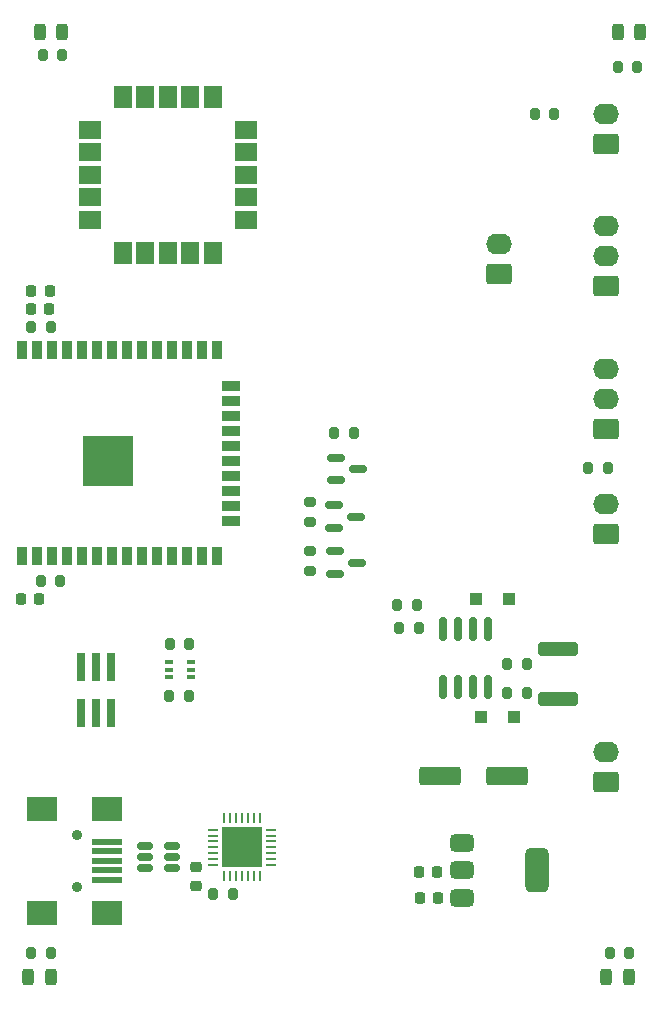
<source format=gbr>
%TF.GenerationSoftware,KiCad,Pcbnew,9.0.1*%
%TF.CreationDate,2025-09-21T13:40:19+02:00*%
%TF.ProjectId,TocBoatReceiver,546f6342-6f61-4745-9265-636569766572,rev?*%
%TF.SameCoordinates,Original*%
%TF.FileFunction,Soldermask,Top*%
%TF.FilePolarity,Negative*%
%FSLAX46Y46*%
G04 Gerber Fmt 4.6, Leading zero omitted, Abs format (unit mm)*
G04 Created by KiCad (PCBNEW 9.0.1) date 2025-09-21 13:40:19*
%MOMM*%
%LPD*%
G01*
G04 APERTURE LIST*
G04 Aperture macros list*
%AMRoundRect*
0 Rectangle with rounded corners*
0 $1 Rounding radius*
0 $2 $3 $4 $5 $6 $7 $8 $9 X,Y pos of 4 corners*
0 Add a 4 corners polygon primitive as box body*
4,1,4,$2,$3,$4,$5,$6,$7,$8,$9,$2,$3,0*
0 Add four circle primitives for the rounded corners*
1,1,$1+$1,$2,$3*
1,1,$1+$1,$4,$5*
1,1,$1+$1,$6,$7*
1,1,$1+$1,$8,$9*
0 Add four rect primitives between the rounded corners*
20,1,$1+$1,$2,$3,$4,$5,0*
20,1,$1+$1,$4,$5,$6,$7,0*
20,1,$1+$1,$6,$7,$8,$9,0*
20,1,$1+$1,$8,$9,$2,$3,0*%
G04 Aperture macros list end*
%ADD10RoundRect,0.225000X0.225000X0.250000X-0.225000X0.250000X-0.225000X-0.250000X0.225000X-0.250000X0*%
%ADD11RoundRect,0.200000X-0.200000X-0.275000X0.200000X-0.275000X0.200000X0.275000X-0.200000X0.275000X0*%
%ADD12RoundRect,0.150000X-0.587500X-0.150000X0.587500X-0.150000X0.587500X0.150000X-0.587500X0.150000X0*%
%ADD13RoundRect,0.250000X0.845000X-0.620000X0.845000X0.620000X-0.845000X0.620000X-0.845000X-0.620000X0*%
%ADD14O,2.190000X1.740000*%
%ADD15RoundRect,0.243750X-0.243750X-0.456250X0.243750X-0.456250X0.243750X0.456250X-0.243750X0.456250X0*%
%ADD16RoundRect,0.200000X0.200000X0.275000X-0.200000X0.275000X-0.200000X-0.275000X0.200000X-0.275000X0*%
%ADD17RoundRect,0.225000X-0.250000X0.225000X-0.250000X-0.225000X0.250000X-0.225000X0.250000X0.225000X0*%
%ADD18RoundRect,0.250000X0.300000X0.300000X-0.300000X0.300000X-0.300000X-0.300000X0.300000X-0.300000X0*%
%ADD19C,0.900000*%
%ADD20R,2.500000X0.500000*%
%ADD21R,2.500000X2.000000*%
%ADD22RoundRect,0.375000X-0.625000X-0.375000X0.625000X-0.375000X0.625000X0.375000X-0.625000X0.375000X0*%
%ADD23RoundRect,0.500000X-0.500000X-1.400000X0.500000X-1.400000X0.500000X1.400000X-0.500000X1.400000X0*%
%ADD24RoundRect,0.062500X-0.337500X-0.062500X0.337500X-0.062500X0.337500X0.062500X-0.337500X0.062500X0*%
%ADD25RoundRect,0.062500X-0.062500X-0.337500X0.062500X-0.337500X0.062500X0.337500X-0.062500X0.337500X0*%
%ADD26R,3.350000X3.350000*%
%ADD27RoundRect,0.100000X0.225000X0.100000X-0.225000X0.100000X-0.225000X-0.100000X0.225000X-0.100000X0*%
%ADD28RoundRect,0.150000X-0.512500X-0.150000X0.512500X-0.150000X0.512500X0.150000X-0.512500X0.150000X0*%
%ADD29RoundRect,0.200000X-0.275000X0.200000X-0.275000X-0.200000X0.275000X-0.200000X0.275000X0.200000X0*%
%ADD30R,0.740000X2.400000*%
%ADD31RoundRect,0.250000X-1.500000X-0.550000X1.500000X-0.550000X1.500000X0.550000X-1.500000X0.550000X0*%
%ADD32R,0.900000X1.500000*%
%ADD33R,1.500000X0.900000*%
%ADD34C,0.600000*%
%ADD35R,4.200000X4.200000*%
%ADD36RoundRect,0.000001X-0.750000X0.900000X-0.750000X-0.900000X0.750000X-0.900000X0.750000X0.900000X0*%
%ADD37RoundRect,0.000001X-0.900000X0.750000X-0.900000X-0.750000X0.900000X-0.750000X0.900000X0.750000X0*%
%ADD38RoundRect,0.225000X-0.225000X-0.250000X0.225000X-0.250000X0.225000X0.250000X-0.225000X0.250000X0*%
%ADD39RoundRect,0.250000X1.450000X-0.312500X1.450000X0.312500X-1.450000X0.312500X-1.450000X-0.312500X0*%
%ADD40RoundRect,0.150000X-0.150000X0.825000X-0.150000X-0.825000X0.150000X-0.825000X0.150000X0.825000X0*%
G04 APERTURE END LIST*
D10*
%TO.C,C2*%
X134900000Y-75500000D03*
X133350000Y-75500000D03*
%TD*%
D11*
%TO.C,R6*%
X148750000Y-125000000D03*
X150400000Y-125000000D03*
%TD*%
D12*
%TO.C,Q2*%
X159062500Y-96000000D03*
X159062500Y-97900000D03*
X160937500Y-96950000D03*
%TD*%
D11*
%TO.C,R7*%
X183000000Y-55000000D03*
X184650000Y-55000000D03*
%TD*%
D13*
%TO.C,J6*%
X182000000Y-85620000D03*
D14*
X182000000Y-83080000D03*
X182000000Y-80540000D03*
%TD*%
D15*
%TO.C,D1*%
X133125000Y-132000000D03*
X135000000Y-132000000D03*
%TD*%
D16*
%TO.C,R8*%
X182150000Y-88900000D03*
X180500000Y-88900000D03*
%TD*%
D12*
%TO.C,Q4*%
X159125000Y-88050000D03*
X159125000Y-89950000D03*
X161000000Y-89000000D03*
%TD*%
D13*
%TO.C,J7*%
X182000000Y-73540000D03*
D14*
X182000000Y-71000000D03*
X182000000Y-68460000D03*
%TD*%
D17*
%TO.C,C4*%
X147300000Y-122750000D03*
X147300000Y-124300000D03*
%TD*%
D18*
%TO.C,D5*%
X174200000Y-110000000D03*
X171400000Y-110000000D03*
%TD*%
D19*
%TO.C,J2*%
X137200000Y-120000000D03*
X137200000Y-124400000D03*
D20*
X139800000Y-120600000D03*
X139800000Y-121400000D03*
X139800000Y-122200000D03*
X139800000Y-123000000D03*
X139800000Y-123800000D03*
D21*
X139800000Y-117800000D03*
X134300000Y-117800000D03*
X139800000Y-126600000D03*
X134300000Y-126600000D03*
%TD*%
D13*
%TO.C,J8*%
X173000000Y-72540000D03*
D14*
X173000000Y-70000000D03*
%TD*%
D22*
%TO.C,U2*%
X169850000Y-120700000D03*
X169850000Y-123000000D03*
D23*
X176150000Y-123000000D03*
D22*
X169850000Y-125300000D03*
%TD*%
D24*
%TO.C,U6*%
X148750000Y-119550000D03*
X148750000Y-120050000D03*
X148750000Y-120550000D03*
X148750000Y-121050000D03*
X148750000Y-121550000D03*
X148750000Y-122050000D03*
X148750000Y-122550000D03*
D25*
X149700000Y-123500000D03*
X150200000Y-123500000D03*
X150700000Y-123500000D03*
X151200000Y-123500000D03*
X151700000Y-123500000D03*
X152200000Y-123500000D03*
X152700000Y-123500000D03*
D24*
X153650000Y-122550000D03*
X153650000Y-122050000D03*
X153650000Y-121550000D03*
X153650000Y-121050000D03*
X153650000Y-120550000D03*
X153650000Y-120050000D03*
X153650000Y-119550000D03*
D25*
X152700000Y-118600000D03*
X152200000Y-118600000D03*
X151700000Y-118600000D03*
X151200000Y-118600000D03*
X150700000Y-118600000D03*
X150200000Y-118600000D03*
X149700000Y-118600000D03*
D26*
X151200000Y-121050000D03*
%TD*%
D13*
%TO.C,J3*%
X182000000Y-115540000D03*
D14*
X182000000Y-113000000D03*
%TD*%
D10*
%TO.C,C5*%
X167800000Y-125300000D03*
X166250000Y-125300000D03*
%TD*%
D27*
%TO.C,Q1*%
X146900000Y-106650000D03*
X146900000Y-106000000D03*
X146900000Y-105350000D03*
X145000000Y-105350000D03*
X145000000Y-106000000D03*
X145000000Y-106650000D03*
%TD*%
D15*
%TO.C,D3*%
X134125000Y-52000000D03*
X136000000Y-52000000D03*
%TD*%
D11*
%TO.C,R14*%
X164500000Y-102500000D03*
X166150000Y-102500000D03*
%TD*%
%TO.C,R1*%
X134150000Y-98500000D03*
X135800000Y-98500000D03*
%TD*%
D10*
%TO.C,C6*%
X167700000Y-123100000D03*
X166150000Y-123100000D03*
%TD*%
D13*
%TO.C,J4*%
X182000000Y-94540000D03*
D14*
X182000000Y-92000000D03*
%TD*%
D28*
%TO.C,U1*%
X143000000Y-120900000D03*
X143000000Y-121850000D03*
X143000000Y-122800000D03*
X145275000Y-122800000D03*
X145275000Y-121850000D03*
X145275000Y-120900000D03*
%TD*%
D11*
%TO.C,R9*%
X176000000Y-59000000D03*
X177650000Y-59000000D03*
%TD*%
D29*
%TO.C,R19*%
X157000000Y-96000000D03*
X157000000Y-97650000D03*
%TD*%
D16*
%TO.C,R18*%
X175325000Y-105500000D03*
X173675000Y-105500000D03*
%TD*%
D30*
%TO.C,J1*%
X140100000Y-105800000D03*
X140100000Y-109700000D03*
X138830000Y-105800000D03*
X138830000Y-109700000D03*
X137560000Y-105800000D03*
X137560000Y-109700000D03*
%TD*%
D31*
%TO.C,C7*%
X168000000Y-115000000D03*
X173600000Y-115000000D03*
%TD*%
D15*
%TO.C,D2*%
X182062500Y-132000000D03*
X183937500Y-132000000D03*
%TD*%
D32*
%TO.C,U3*%
X132540000Y-96420000D03*
X133810000Y-96420000D03*
X135080000Y-96420000D03*
X136350000Y-96420000D03*
X137620000Y-96420000D03*
X138890000Y-96420000D03*
X140160000Y-96420000D03*
X141430000Y-96420000D03*
X142700000Y-96420000D03*
X143970000Y-96420000D03*
X145240000Y-96420000D03*
X146510000Y-96420000D03*
X147780000Y-96420000D03*
X149050000Y-96420000D03*
D33*
X150300000Y-93380000D03*
X150300000Y-92110000D03*
X150300000Y-90840000D03*
X150300000Y-89570000D03*
X150300000Y-88300000D03*
X150300000Y-87030000D03*
X150300000Y-85760000D03*
X150300000Y-84490000D03*
X150300000Y-83220000D03*
X150300000Y-81950000D03*
D32*
X149050000Y-78920000D03*
X147780000Y-78920000D03*
X146510000Y-78920000D03*
X145240000Y-78920000D03*
X143970000Y-78920000D03*
X142700000Y-78920000D03*
X141430000Y-78920000D03*
X140160000Y-78920000D03*
X138890000Y-78920000D03*
X137620000Y-78920000D03*
X136350000Y-78920000D03*
X135080000Y-78920000D03*
X133810000Y-78920000D03*
X132540000Y-78920000D03*
D34*
X139117500Y-89875000D03*
X140642500Y-89875000D03*
X138355000Y-89112500D03*
X139880000Y-89112500D03*
X141405000Y-89112500D03*
X139117500Y-88350000D03*
D35*
X139880000Y-88350000D03*
D34*
X140642500Y-88350000D03*
X138355000Y-87587500D03*
X139880000Y-87587500D03*
X141405000Y-87587500D03*
X139117500Y-86825000D03*
X140642500Y-86825000D03*
%TD*%
D16*
%TO.C,R15*%
X166000000Y-100500000D03*
X164350000Y-100500000D03*
%TD*%
%TO.C,R16*%
X175325000Y-108010000D03*
X173675000Y-108010000D03*
%TD*%
D11*
%TO.C,R5*%
X133350000Y-77000000D03*
X135000000Y-77000000D03*
%TD*%
D36*
%TO.C,U4*%
X148725000Y-57500000D03*
X146825000Y-57500000D03*
X144925000Y-57500000D03*
X143025000Y-57500000D03*
X141125000Y-57500000D03*
D37*
X138325000Y-60300000D03*
X138325000Y-62200000D03*
X138325000Y-64100000D03*
X138325000Y-66000000D03*
X138325000Y-67900000D03*
D36*
X141125000Y-70700000D03*
X143025000Y-70700000D03*
X144925000Y-70700000D03*
X146825000Y-70700000D03*
X148725000Y-70700000D03*
D37*
X151525000Y-67900000D03*
X151525000Y-66000000D03*
X151525000Y-64100000D03*
X151525000Y-62200000D03*
X151525000Y-60300000D03*
%TD*%
D15*
%TO.C,D4*%
X183062500Y-52000000D03*
X184937500Y-52000000D03*
%TD*%
D11*
%TO.C,R4*%
X134350000Y-54000000D03*
X136000000Y-54000000D03*
%TD*%
D38*
%TO.C,C3*%
X132500000Y-100000000D03*
X134050000Y-100000000D03*
%TD*%
D11*
%TO.C,R13*%
X145050000Y-108200000D03*
X146700000Y-108200000D03*
%TD*%
%TO.C,R3*%
X182350000Y-130000000D03*
X184000000Y-130000000D03*
%TD*%
D13*
%TO.C,J5*%
X182000000Y-61540000D03*
D14*
X182000000Y-59000000D03*
%TD*%
D16*
%TO.C,R12*%
X146750000Y-103800000D03*
X145100000Y-103800000D03*
%TD*%
D12*
%TO.C,Q3*%
X159000000Y-92100000D03*
X159000000Y-94000000D03*
X160875000Y-93050000D03*
%TD*%
D11*
%TO.C,R2*%
X133350000Y-130000000D03*
X135000000Y-130000000D03*
%TD*%
D39*
%TO.C,R17*%
X178000000Y-108500000D03*
X178000000Y-104225000D03*
%TD*%
D11*
%TO.C,R10*%
X159000000Y-86000000D03*
X160650000Y-86000000D03*
%TD*%
D40*
%TO.C,U5*%
X172000000Y-102550000D03*
X170730000Y-102550000D03*
X169460000Y-102550000D03*
X168190000Y-102550000D03*
X168190000Y-107500000D03*
X169460000Y-107500000D03*
X170730000Y-107500000D03*
X172000000Y-107500000D03*
%TD*%
D29*
%TO.C,R11*%
X157000000Y-91850000D03*
X157000000Y-93500000D03*
%TD*%
D18*
%TO.C,D6*%
X173800000Y-100000000D03*
X171000000Y-100000000D03*
%TD*%
D38*
%TO.C,C1*%
X133381750Y-73968250D03*
X134931750Y-73968250D03*
%TD*%
M02*

</source>
